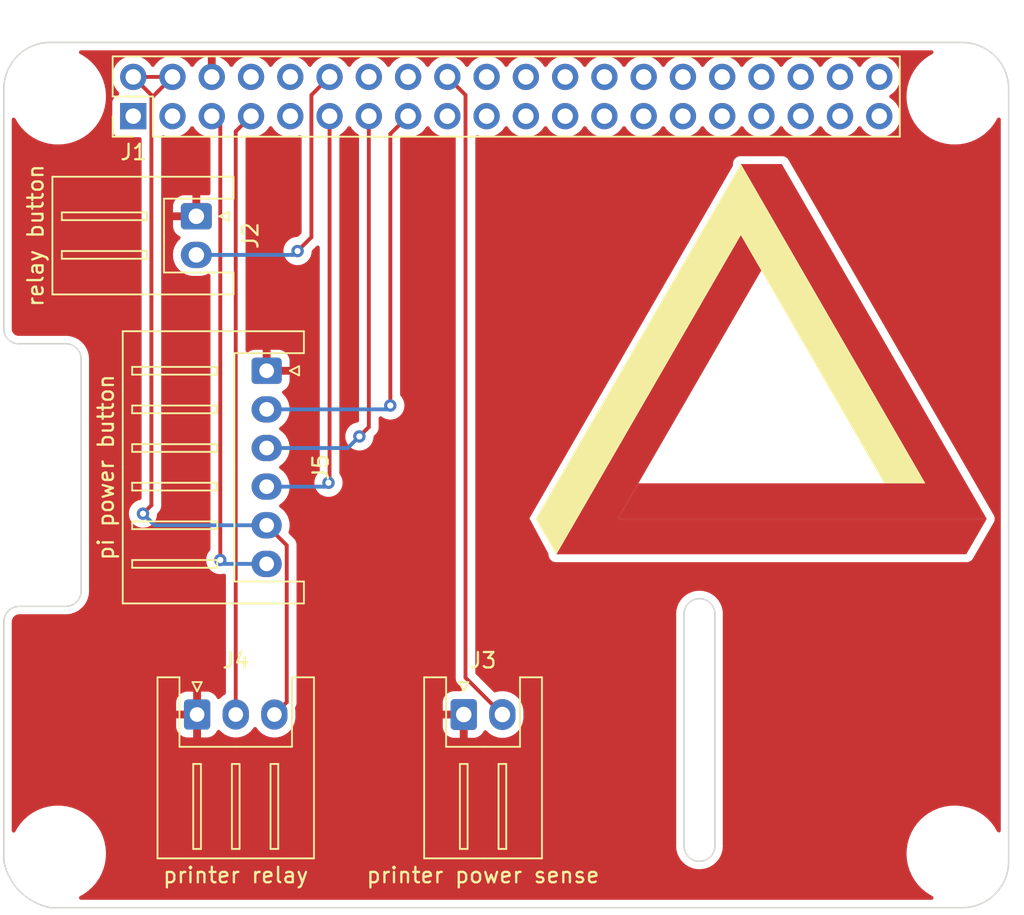
<source format=kicad_pcb>
(kicad_pcb (version 20211014) (generator pcbnew)
  (layers (0 "F.Cu" signal) (31 "B.Cu" signal) (34 "B.Paste" user) (35 "F.Paste" user) (36 "B.SilkS" user "B.Silkscreen") (37 "F.SilkS" user "F.Silkscreen") (38 "B.Mask" user) (39 "F.Mask" user) (44 "Edge.Cuts" user))
  (net 0 "")
  (net 2 "+5V")
  (net 4 "/pi_button")
  (net 5 "GND")
  (net 6 "/relay")
  (net 10 "/pi_blue")
  (net 11 "/relay_button")
  (net 12 "/pi_green")
  (net 14 "/pi_red")
  (net 17 "/printer_sense")
  (footprint "Connector_JST:JST_XH_S6B-XH-A_1x06_P2.50mm_Horizontal" (layer "F.Cu") (at 162 107.75 -90)
    (fp_text reference "J5" (at 6.25 -3.5 90) (layer "F.SilkS"))
    (fp_text value "pi power button" (at 6.25 10.4 90) (layer "F.SilkS"))
    (fp_line (start 6.25 9.31) (end -2.56 9.31) (layer "F.SilkS") (width 0.12))
    (fp_line (start -0.3 -2.1) (end 0.3 -2.1) (layer "F.SilkS") (width 0.12))
    (fp_line (start 0.25 3.2) (end -0.25 3.2) (layer "F.SilkS") (width 0.12))
    (fp_line (start 4.75 8.7) (end 5.25 8.7) (layer "F.SilkS") (width 0.12))
    (fp_line (start 10.25 8.7) (end 10.25 3.2) (layer "F.SilkS") (width 0.12))
    (fp_line (start 2.75 8.7) (end 2.75 3.2) (layer "F.SilkS") (width 0.12))
    (fp_line (start 0 -1.5) (end -0.3 -2.1) (layer "F.SilkS") (width 0.12))
    (fp_line (start -1.14 2.09) (end 6.25 2.09) (layer "F.SilkS") (width 0.12))
    (fp_line (start 4.75 3.2) (end 4.75 8.7) (layer "F.SilkS") (width 0.12))
    (fp_line (start 9.75 8.7) (end 10.25 8.7) (layer "F.SilkS") (width 0.12))
    (fp_line (start 9.75 3.2) (end 9.75 8.7) (layer "F.SilkS") (width 0.12))
    (fp_line (start 7.25 8.7) (end 7.75 8.7) (layer "F.SilkS") (width 0.12))
    (fp_line (start 2.75 3.2) (end 2.25 3.2) (layer "F.SilkS") (width 0.12))
    (fp_line (start 5.25 3.2) (end 4.75 3.2) (layer "F.SilkS") (width 0.12))
    (fp_line (start 7.25 3.2) (end 7.25 8.7) (layer "F.SilkS") (width 0.12))
    (fp_line (start 15.06 9.31) (end 15.06 -2.41) (layer "F.SilkS") (width 0.12))
    (fp_line (start 0.3 -2.1) (end 0 -1.5) (layer "F.SilkS") (width 0.12))
    (fp_line (start 10.25 3.2) (end 9.75 3.2) (layer "F.SilkS") (width 0.12))
    (fp_line (start -0.25 8.7) (end 0.25 8.7) (layer "F.SilkS") (width 0.12))
    (fp_line (start 12.75 8.7) (end 12.75 3.2) (layer "F.SilkS") (width 0.12))
    (fp_line (start 13.64 2.09) (end 6.25 2.09) (layer "F.SilkS") (width 0.12))
    (fp_line (start -1.14 -2.41) (end -1.14 2.09) (layer "F.SilkS") (width 0.12))
    (fp_line (start 0.25 8.7) (end 0.25 3.2) (layer "F.SilkS") (width 0.12))
    (fp_line (start 13.64 -2.41) (end 13.64 2.09) (layer "F.SilkS") (width 0.12))
    (fp_line (start 12.75 3.2) (end 12.25 3.2) (layer "F.SilkS") (width 0.12))
    (fp_line (start -2.56 9.31) (end -2.56 -2.41) (layer "F.SilkS") (width 0.12))
    (fp_line (start 7.75 8.7) (end 7.75 3.2) (layer "F.SilkS") (width 0.12))
    (fp_line (start -2.56 -2.41) (end -1.14 -2.41) (layer "F.SilkS") (width 0.12))
    (fp_line (start 5.25 8.7) (end 5.25 3.2) (layer "F.SilkS") (width 0.12))
    (fp_line (start 7.75 3.2) (end 7.25 3.2) (layer "F.SilkS") (width 0.12))
    (fp_line (start 6.25 9.31) (end 15.06 9.31) (layer "F.SilkS") (width 0.12))
    (fp_line (start 2.25 8.7) (end 2.75 8.7) (layer "F.SilkS") (width 0.12))
    (fp_line (start 12.25 8.7) (end 12.75 8.7) (layer "F.SilkS") (width 0.12))
    (fp_line (start 2.25 3.2) (end 2.25 8.7) (layer "F.SilkS") (width 0.12))
    (fp_line (start -0.25 3.2) (end -0.25 8.7) (layer "F.SilkS") (width 0.12))
    (fp_line (start 15.06 -2.41) (end 13.64 -2.41) (layer "F.SilkS") (width 0.12))
    (fp_line (start 12.25 3.2) (end 12.25 8.7) (layer "F.SilkS") (width 0.12))
    (pad "1" thru_hole roundrect (at 0 0 270) (size 1.7 1.95) (drill 0.95) (layers *.Cu *.Mask) (roundrect_rratio 0.147059) (net 5 "GND"))
    (pad "2" thru_hole oval (at 2.5 0 270) (size 1.7 1.95) (drill 0.95) (layers *.Cu *.Mask) (net 14 "/pi_red"))
    (pad "3" thru_hole oval (at 5 0 270) (size 1.7 1.95) (drill 0.95) (layers *.Cu *.Mask) (net 12 "/pi_green"))
    (pad "4" thru_hole oval (at 7.5 0 270) (size 1.7 1.95) (drill 0.95) (layers *.Cu *.Mask) (net 10 "/pi_blue"))
    (pad "5" thru_hole oval (at 10 0 270) (size 1.7 1.95) (drill 0.95) (layers *.Cu *.Mask) (net 2 "+5V"))
    (pad "6" thru_hole oval (at 12.5 0 270) (size 1.7 1.95) (drill 0.95) (layers *.Cu *.Mask) (net 4 "/pi_button"))
  )
  (footprint "Connector_JST:JST_XH_S2B-XH-A_1x02_P2.50mm_Horizontal" (layer "F.Cu") (at 174.75 130)
    (fp_text reference "J3" (at 1.25 -3.5) (layer "F.SilkS"))
    (fp_text value "printer power sense" (at 1.25 10.4) (layer "F.SilkS"))
    (fp_line (start 2.25 8.7) (end 2.75 8.7) (layer "F.SilkS") (width 0.12))
    (fp_line (start -1.14 -2.41) (end -1.14 2.09) (layer "F.SilkS") (width 0.12))
    (fp_line (start 1.25 9.31) (end -2.56 9.31) (layer "F.SilkS") (width 0.12))
    (fp_line (start 3.64 2.09) (end 1.25 2.09) (layer "F.SilkS") (width 0.12))
    (fp_line (start 1.25 9.31) (end 5.06 9.31) (layer "F.SilkS") (width 0.12))
    (fp_line (start -1.14 2.09) (end 1.25 2.09) (layer "F.SilkS") (width 0.12))
    (fp_line (start -0.25 8.7) (end 0.25 8.7) (layer "F.SilkS") (width 0.12))
    (fp_line (start -0.3 -2.1) (end 0.3 -2.1) (layer "F.SilkS") (width 0.12))
    (fp_line (start 2.75 8.7) (end 2.75 3.2) (layer "F.SilkS") (width 0.12))
    (fp_line (start -2.56 -2.41) (end -1.14 -2.41) (layer "F.SilkS") (width 0.12))
    (fp_line (start 2.25 3.2) (end 2.25 8.7) (layer "F.SilkS") (width 0.12))
    (fp_line (start 2.75 3.2) (end 2.25 3.2) (layer "F.SilkS") (width 0.12))
    (fp_line (start 5.06 9.31) (end 5.06 -2.41) (layer "F.SilkS") (width 0.12))
    (fp_line (start 0.25 3.2) (end -0.25 3.2) (layer "F.SilkS") (width 0.12))
    (fp_line (start -2.56 9.31) (end -2.56 -2.41) (layer "F.SilkS") (width 0.12))
    (fp_line (start -0.25 3.2) (end -0.25 8.7) (layer "F.SilkS") (width 0.12))
    (fp_line (start 0.3 -2.1) (end 0 -1.5) (layer "F.SilkS") (width 0.12))
    (fp_line (start 3.64 -2.41) (end 3.64 2.09) (layer "F.SilkS") (width 0.12))
    (fp_line (start 5.06 -2.41) (end 3.64 -2.41) (layer "F.SilkS") (width 0.12))
    (fp_line (start 0 -1.5) (end -0.3 -2.1) (layer "F.SilkS") (width 0.12))
    (fp_line (start 0.25 8.7) (end 0.25 3.2) (layer "F.SilkS") (width 0.12))
    (pad "1" thru_hole roundrect (at 0 0) (size 1.7 2) (drill 1) (layers *.Cu *.Mask) (roundrect_rratio 0.147059) (net 5 "GND"))
    (pad "2" thru_hole oval (at 2.5 0) (size 1.7 2) (drill 1) (layers *.Cu *.Mask) (net 17 "/printer_sense"))
  )
  (footprint "Connector_JST:JST_XH_S2B-XH-A_1x02_P2.50mm_Horizontal" (layer "F.Cu") (at 157.45 97.75 -90)
    (fp_text reference "J2" (at 1.25 -3.5 90) (layer "F.SilkS"))
    (fp_text value "relay button" (at 1.25 10.4 90) (layer "F.SilkS"))
    (fp_line (start 5.06 -2.41) (end 3.64 -2.41) (layer "F.SilkS") (width 0.12))
    (fp_line (start 0 -1.5) (end -0.3 -2.1) (layer "F.SilkS") (width 0.12))
    (fp_line (start -1.14 2.09) (end 1.25 2.09) (layer "F.SilkS") (width 0.12))
    (fp_line (start 2.25 3.2) (end 2.25 8.7) (layer "F.SilkS") (width 0.12))
    (fp_line (start 3.64 2.09) (end 1.25 2.09) (layer "F.SilkS") (width 0.12))
    (fp_line (start -0.25 3.2) (end -0.25 8.7) (layer "F.SilkS") (width 0.12))
    (fp_line (start -1.14 -2.41) (end -1.14 2.09) (layer "F.SilkS") (width 0.12))
    (fp_line (start 2.25 8.7) (end 2.75 8.7) (layer "F.SilkS") (width 0.12))
    (fp_line (start -0.25 8.7) (end 0.25 8.7) (layer "F.SilkS") (width 0.12))
    (fp_line (start -2.56 -2.41) (end -1.14 -2.41) (layer "F.SilkS") (width 0.12))
    (fp_line (start 0.25 3.2) (end -0.25 3.2) (layer "F.SilkS") (width 0.12))
    (fp_line (start 1.25 9.31) (end -2.56 9.31) (layer "F.SilkS") (width 0.12))
    (fp_line (start -0.3 -2.1) (end 0.3 -2.1) (layer "F.SilkS") (width 0.12))
    (fp_line (start -2.56 9.31) (end -2.56 -2.41) (layer "F.SilkS") (width 0.12))
    (fp_line (start 2.75 8.7) (end 2.75 3.2) (layer "F.SilkS") (width 0.12))
    (fp_line (start 1.25 9.31) (end 5.06 9.31) (layer "F.SilkS") (width 0.12))
    (fp_line (start 0.25 8.7) (end 0.25 3.2) (layer "F.SilkS") (width 0.12))
    (fp_line (start 2.75 3.2) (end 2.25 3.2) (layer "F.SilkS") (width 0.12))
    (fp_line (start 5.06 9.31) (end 5.06 -2.41) (layer "F.SilkS") (width 0.12))
    (fp_line (start 0.3 -2.1) (end 0 -1.5) (layer "F.SilkS") (width 0.12))
    (fp_line (start 3.64 -2.41) (end 3.64 2.09) (layer "F.SilkS") (width 0.12))
    (pad "1" thru_hole roundrect (at 0 0 270) (size 1.7 2) (drill 1) (layers *.Cu *.Mask) (roundrect_rratio 0.147059) (net 5 "GND"))
    (pad "2" thru_hole oval (at 2.5 0 270) (size 1.7 2) (drill 1) (layers *.Cu *.Mask) (net 11 "/relay_button"))
  )
  (footprint "Connector_JST:JST_XH_S3B-XH-A_1x03_P2.50mm_Horizontal" (layer "F.Cu") (at 157.5 130)
    (fp_text reference "J4" (at 2.5 -3.5) (layer "F.SilkS"))
    (fp_text value "printer relay" (at 2.5 10.4) (layer "F.SilkS"))
    (fp_line (start 0.25 3.2) (end -0.25 3.2) (layer "F.SilkS") (width 0.12))
    (fp_line (start 2.5 9.31) (end 7.56 9.31) (layer "F.SilkS") (width 0.12))
    (fp_line (start 2.5 9.31) (end -2.56 9.31) (layer "F.SilkS") (width 0.12))
    (fp_line (start 2.75 3.2) (end 2.25 3.2) (layer "F.SilkS") (width 0.12))
    (fp_line (start 0.3 -2.1) (end 0 -1.5) (layer "F.SilkS") (width 0.12))
    (fp_line (start -1.14 2.09) (end 2.5 2.09) (layer "F.SilkS") (width 0.12))
    (fp_line (start -2.56 -2.41) (end -1.14 -2.41) (layer "F.SilkS") (width 0.12))
    (fp_line (start 7.56 9.31) (end 7.56 -2.41) (layer "F.SilkS") (width 0.12))
    (fp_line (start 2.75 8.7) (end 2.75 3.2) (layer "F.SilkS") (width 0.12))
    (fp_line (start -0.3 -2.1) (end 0.3 -2.1) (layer "F.SilkS") (width 0.12))
    (fp_line (start 4.75 8.7) (end 5.25 8.7) (layer "F.SilkS") (width 0.12))
    (fp_line (start 6.14 -2.41) (end 6.14 2.09) (layer "F.SilkS") (width 0.12))
    (fp_line (start 7.56 -2.41) (end 6.14 -2.41) (layer "F.SilkS") (width 0.12))
    (fp_line (start 4.75 3.2) (end 4.75 8.7) (layer "F.SilkS") (width 0.12))
    (fp_line (start 6.14 2.09) (end 2.5 2.09) (layer "F.SilkS") (width 0.12))
    (fp_line (start 2.25 3.2) (end 2.25 8.7) (layer "F.SilkS") (width 0.12))
    (fp_line (start 5.25 3.2) (end 4.75 3.2) (layer "F.SilkS") (width 0.12))
    (fp_line (start 0 -1.5) (end -0.3 -2.1) (layer "F.SilkS") (width 0.12))
    (fp_line (start -0.25 3.2) (end -0.25 8.7) (layer "F.SilkS") (width 0.12))
    (fp_line (start 2.25 8.7) (end 2.75 8.7) (layer "F.SilkS") (width 0.12))
    (fp_line (start -1.14 -2.41) (end -1.14 2.09) (layer "F.SilkS") (width 0.12))
    (fp_line (start -0.25 8.7) (end 0.25 8.7) (layer "F.SilkS") (width 0.12))
    (fp_line (start -2.56 9.31) (end -2.56 -2.41) (layer "F.SilkS") (width 0.12))
    (fp_line (start 5.25 8.7) (end 5.25 3.2) (layer "F.SilkS") (width 0.12))
    (fp_line (start 0.25 8.7) (end 0.25 3.2) (layer "F.SilkS") (width 0.12))
    (pad "1" thru_hole roundrect (at 0 0) (size 1.7 1.95) (drill 0.95) (layers *.Cu *.Mask) (roundrect_rratio 0.147059) (net 5 "GND"))
    (pad "2" thru_hole oval (at 2.5 0) (size 1.7 1.95) (drill 0.95) (layers *.Cu *.Mask) (net 6 "/relay"))
    (pad "3" thru_hole oval (at 5 0) (size 1.7 1.95) (drill 0.95) (layers *.Cu *.Mask) (net 2 "+5V"))
  )
  (footprint "MyLibrary:rpi_hat" (layer "F.Cu") (at 145 86)
    (fp_text reference "J1" (at 8.4 7.6 180) (layer "F.SilkS"))
    (fp_text value "Raspberry_Pi_2_3")
    (fp_line (start 9.64 6.6) (end 9.64 4) (layer "F.SilkS") (width 0.12))
    (fp_line (start 7.04 4) (end 7.04 1.4) (layer "F.SilkS") (width 0.12))
    (fp_line (start 57.96 6.6) (end 57.96 1.4) (layer "F.SilkS") (width 0.12))
    (fp_line (start 9.64 4) (end 7.04 4) (layer "F.SilkS") (width 0.12))
    (fp_line (start 7.04 6.6) (end 7.04 5.27) (layer "F.SilkS") (width 0.12))
    (fp_line (start 9.64 6.6) (end 57.96 6.6) (layer "F.SilkS") (width 0.12))
    (fp_line (start 8.37 6.6) (end 7.04 6.6) (layer "F.SilkS") (width 0.12))
    (fp_line (start 7.04 1.4) (end 57.96 1.4) (layer "F.SilkS") (width 0.12))
    (fp_line (start 5 21) (end 5 36) (layer "Edge.Cuts") (width 0.1))
    (fp_line (start 62 0.5) (end 3 0.5) (layer "Edge.Cuts") (width 0.1))
    (fp_line (start 0 38) (end 0 53.5) (layer "Edge.Cuts") (width 0.1))
    (fp_line (start 1 37) (end 4 37) (layer "Edge.Cuts") (width 0.1))
    (fp_line (start 0 3.5) (end 0 19) (layer "Edge.Cuts") (width 0.1))
    (fp_line (start 4 20) (end 1 20) (layer "Edge.Cuts") (width 0.1))
    (fp_line (start 46 37.5) (end 46 52.5) (layer "Edge.Cuts") (width 0.1))
    (fp_line (start 44 37.5) (end 44 52.5) (layer "Edge.Cuts") (width 0.1))
    (fp_line (start 3 56.5) (end 62 56.5) (layer "Edge.Cuts") (width 0.1))
    (fp_line (start 65 3.5) (end 65 53.5) (layer "Edge.Cuts") (width 0.1))
    (fp_arc (start 0 38) (mid 0.292894 37.292894) (end 1 37) (layer "Edge.Cuts") (width 0.1))
    (fp_arc (start 44 37.5) (mid 45 36.5) (end 46 37.5) (layer "Edge.Cuts") (width 0.1))
    (fp_arc (start 3 56.5) (mid 1.046029 55.453971) (end 0 53.5) (layer "Edge.Cuts") (width 0.1))
    (fp_arc (start 4 20) (mid 4.707106 20.292894) (end 5 21) (layer "Edge.Cuts") (width 0.1))
    (fp_arc (start 65 53.5) (mid 64.12132 55.62132) (end 62 56.5) (layer "Edge.Cuts") (width 0.1))
    (fp_arc (start 62 0.5) (mid 64.12132 1.37868) (end 65 3.5) (layer "Edge.Cuts") (width 0.1))
    (fp_arc (start 46 52.5) (mid 45 53.5) (end 44 52.5) (layer "Edge.Cuts") (width 0.1))
    (fp_arc (start 1 20) (mid 0.280483 19.719517) (end 0 19) (layer "Edge.Cuts") (width 0.1))
    (fp_arc (start 5 36) (mid 4.707106 36.707106) (end 4 37) (layer "Edge.Cuts") (width 0.1))
    (fp_arc (start 0 3.5) (mid 0.87868 1.37868) (end 3 0.5) (layer "Edge.Cuts") (width 0.1))
    (pad "" np_thru_hole circle (at 3.5 53) (size 2.75 2.75) (drill 2.75) (layers F&B.Cu *.Mask) (clearance 1.725))
    (pad "" np_thru_hole circle (at 61.5 53) (size 2.75 2.75) (drill 2.75) (layers F&B.Cu *.Mask) (clearance 1.725))
    (pad "" np_thru_hole circle (at 61.5 4) (size 2.75 2.75) (drill 2.75) (layers F&B.Cu *.Mask) (clearance 1.725))
    (pad "" np_thru_hole circle (at 3.5 4) (size 2.75 2.75) (drill 2.75) (layers F&B.Cu *.Mask) (clearance 1.725))
    (pad "1" thru_hole rect (at 8.37 5.27 90) (size 1.7 1.7) (drill 1) (layers *.Cu *.Mask))
    (pad "2" thru_hole oval (at 8.37 2.73 90) (size 1.7 1.7) (drill 1) (layers *.Cu *.Mask) (net 2 "+5V"))
    (pad "3" thru_hole oval (at 10.91 5.27 90) (size 1.7 1.7) (drill 1) (layers *.Cu *.Mask))
    (pad "4" thru_hole oval (at 10.91 2.73 90) (size 1.7 1.7) (drill 1) (layers *.Cu *.Mask) (net 2 "+5V"))
    (pad "5" thru_hole oval (at 13.45 5.27 90) (size 1.7 1.7) (drill 1) (layers *.Cu *.Mask) (net 4 "/pi_button"))
    (pad "6" thru_hole oval (at 13.45 2.73 90) (size 1.7 1.7) (drill 1) (layers *.Cu *.Mask) (net 5 "GND"))
    (pad "7" thru_hole oval (at 15.99 5.27 90) (size 1.7 1.7) (drill 1) (layers *.Cu *.Mask) (net 6 "/relay"))
    (pad "8" thru_hole oval (at 15.99 2.73 90) (size 1.7 1.7) (drill 1) (layers *.Cu *.Mask))
    (pad "9" thru_hole oval (at 18.53 5.27 90) (size 1.7 1.7) (drill 1) (layers *.Cu *.Mask))
    (pad "10" thru_hole oval (at 18.53 2.73 90) (size 1.7 1.7) (drill 1) (layers *.Cu *.Mask))
    (pad "11" thru_hole oval (at 21.07 5.27 90) (size 1.7 1.7) (drill 1) (layers *.Cu *.Mask) (net 10 "/pi_blue"))
    (pad "12" thru_hole oval (at 21.07 2.73 90) (size 1.7 1.7) (drill 1) (layers *.Cu *.Mask) (net 11 "/relay_button"))
    (pad "13" thru_hole oval (at 23.61 5.27 90) (size 1.7 1.7) (drill 1) (layers *.Cu *.Mask) (net 12 "/pi_green"))
    (pad "14" thru_hole oval (at 23.61 2.73 90) (size 1.7 1.7) (drill 1) (layers *.Cu *.Mask))
    (pad "15" thru_hole oval (at 26.15 5.27 90) (size 1.7 1.7) (drill 1) (layers *.Cu *.Mask) (net 14 "/pi_red"))
    (pad "16" thru_hole oval (at 26.15 2.73 90) (size 1.7 1.7) (drill 1) (layers *.Cu *.Mask))
    (pad "17" thru_hole oval (at 28.69 5.27 90) (size 1.7 1.7) (drill 1) (layers *.Cu *.Mask))
    (pad "18" thru_hole oval (at 28.69 2.73 90) (size 1.7 1.7) (drill 1) (layers *.Cu *.Mask) (net 17 "/printer_sense"))
    (pad "19" thru_hole oval (at 31.23 5.27 90) (size 1.7 1.7) (drill 1) (layers *.Cu *.Mask))
    (pad "20" thru_hole oval (at 31.23 2.73 90) (size 1.7 1.7) (drill 1) (layers *.Cu *.Mask))
    (pad "21" thru_hole oval (at 33.77 5.27 90) (size 1.7 1.7) (drill 1) (layers *.Cu *.Mask))
    (pad "22" thru_hole oval (at 33.77 2.73 90) (size 1.7 1.7) (drill 1) (layers *.Cu *.Mask))
    (pad "23" thru_hole oval (at 36.31 5.27 90) (size 1.7 1.7) (drill 1) (layers *.Cu *.Mask))
    (pad "24" thru_hole oval (at 36.31 2.73 90) (size 1.7 1.7) (drill 1) (layers *.Cu *.Mask))
    (pad "25" thru_hole oval (at 38.85 5.27 90) (size 1.7 1.7) (drill 1) (layers *.Cu *.Mask))
    (pad "26" thru_hole oval (at 38.85 2.73 90) (size 1.7 1.7) (drill 1) (layers *.Cu *.Mask))
    (pad "27" thru_hole oval (at 41.39 5.27 90) (size 1.7 1.7) (drill 1) (layers *.Cu *.Mask))
    (pad "28" thru_hole oval (at 41.39 2.73 90) (size 1.7 1.7) (drill 1) (layers *.Cu *.Mask))
    (pad "29" thru_hole oval (at 43.93 5.27 90) (size 1.7 1.7) (drill 1) (layers *.Cu *.Mask))
    (pad "30" thru_hole oval (at 43.93 2.73 90) (size 1.7 1.7) (drill 1) (layers *.Cu *.Mask))
    (pad "31" thru_hole oval (at 46.47 5.27 90) (size 1.7 1.7) (drill 1) (layers *.Cu *.Mask))
    (pad "32" thru_hole oval (at 46.47 2.73 90) (size 1.7 1.7) (drill 1) (layers *.Cu *.Mask))
    (pad "33" thru_hole oval (at 49.01 5.27 90) (size 1.7 1.7) (drill 1) (layers *.Cu *.Mask))
    (pad "34" thru_hole oval (at 49.01 2.73 90) (size 1.7 1.7) (drill 1) (layers *.Cu *.Mask))
    (pad "35" thru_hole oval (at 51.55 5.27 90) (size 1.7 1.7) (drill 1) (layers *.Cu *.Mask))
    (pad "36" thru_hole oval (at 51.55 2.73 90) (size 1.7 1.7) (drill 1) (layers *.Cu *.Mask))
    (pad "37" thru_hole oval (at 54.09 5.27 90) (size 1.7 1.7) (drill 1) (layers *.Cu *.Mask))
    (pad "38" thru_hole oval (at 54.09 2.73 90) (size 1.7 1.7) (drill 1) (layers *.Cu *.Mask))
    (pad "39" thru_hole oval (at 56.63 5.27 90) (size 1.7 1.7) (drill 1) (layers *.Cu *.Mask))
    (pad "40" thru_hole oval (at 56.63 2.73 90) (size 1.7 1.7) (drill 1) (layers *.Cu *.Mask))
  )
  (footprint "MyLibrary:penrose" (layer "F.Cu") (at 194 107)
    (fp_text reference "penrose" hide)
    (fp_text value "G***" hide)
    (fp_poly (pts (xy 0 -5.740637) (xy -1.325743 -8.036892) (xy -13.257433 12.629401) (xy 13.257433 12.629401) (xy 14.583176 10.333146) (xy -9.280203 10.333146) (xy 0 -5.740637)) (layer "F.Cu") (width 0) (fill solid))
    (fp_poly (pts (xy -1.325743 -12.629401) (xy 1.325743 -12.629401) (xy 14.583176 10.333146) (xy -9.280203 10.333146) (xy -7.95446 8.036892) (xy 10.605946 8.036892) (xy -1.325743 -12.629401)) (layer "F.Cu") (width 0) (fill solid))
    (fp_poly (pts (xy -13.257433 12.629401) (xy -14.583176 10.333146) (xy -1.325743 -12.629401) (xy 10.605946 8.036892) (xy 7.95446 8.036892) (xy -1.325743 -8.036892) (xy -13.257433 12.629401)) (layer "F.SilkS") (width 0) (fill solid))
    (zone (net 0) (net_name "") (layer "F.Cu") (connect_pads (clearance 0)) (min_thickness 0.254)
      (keepout (tracks not_allowed) (vias not_allowed) (pads not_allowed) (copperpour not_allowed) (footprints allowed))
      (fill (thermal_gap 0.508) (thermal_bridge_width 0.508))
      (polygon (pts (xy 208.9 117.3) (xy 207.5 120) (xy 180.5 120.1) (xy 179 117.3) (xy 192.5 93.9) (xy 195.4 93.9)))
    )
  )
  (segment (start 153.37 88.73) (end 154.544511 89.904511) (width 0.25) (layer "F.Cu") (net 2))
  (segment (start 155.91 88.73) (end 153.37 88.73) (width 0.25) (layer "F.Cu") (net 2))
  (segment (start 154.544511 90.095489) (end 155.91 88.73) (width 0.25) (layer "F.Cu") (net 2))
  (segment (start 154.544511 116.455489) (end 154.544511 90.095489) (width 0.25) (layer "F.Cu") (net 2))
  (segment (start 163.29952 129.20048) (end 163.29952 119.04952) (width 0.25) (layer "F.Cu") (net 2))
  (segment (start 162.5 130) (end 163.29952 129.20048) (width 0.25) (layer "F.Cu") (net 2))
  (segment (start 163.29952 119.04952) (end 162 117.75) (width 0.25) (layer "F.Cu") (net 2))
  (segment (start 154 117) (end 154.544511 116.455489) (width 0.25) (layer "F.Cu") (net 2))
  (segment (start 154.544511 89.904511) (end 154.544511 90.095489) (width 0.25) (layer "F.Cu") (net 2))
  (via (at 154 117) (size 0.8) (drill 0.4) (layers "F.Cu" "B.Cu") (net 2))
  (segment (start 162 117.75) (end 154.75 117.75) (width 0.25) (layer "B.Cu") (net 2))
  (segment (start 154.75 117.75) (end 154 117) (width 0.25) (layer "B.Cu") (net 2))
  (segment (start 159 91.82) (end 158.45 91.27) (width 0.25) (layer "F.Cu") (net 4))
  (segment (start 159 120) (end 159 91.82) (width 0.25) (layer "F.Cu") (net 4))
  (via (at 159 120) (size 0.8) (drill 0.4) (layers "F.Cu" "B.Cu") (net 4))
  (segment (start 159.25 120.25) (end 159 120) (width 0.25) (layer "B.Cu") (net 4))
  (segment (start 162 120.25) (end 159.25 120.25) (width 0.25) (layer "B.Cu") (net 4))
  (segment (start 160.99 91.27) (end 160 92.26) (width 0.25) (layer "F.Cu") (net 6))
  (segment (start 160 92.26) (end 160 130) (width 0.25) (layer "F.Cu") (net 6))
  (segment (start 166 115) (end 166.07 114.93) (width 0.25) (layer "F.Cu") (net 10))
  (segment (start 166.07 114.93) (end 166.07 91.27) (width 0.25) (layer "F.Cu") (net 10))
  (via (at 166 115) (size 0.8) (drill 0.4) (layers "F.Cu" "B.Cu") (net 10))
  (segment (start 162 115.25) (end 165.75 115.25) (width 0.25) (layer "B.Cu") (net 10))
  (segment (start 165.75 115.25) (end 166 115) (width 0.25) (layer "B.Cu") (net 10))
  (segment (start 166.07 88.73) (end 164.895489 89.904511) (width 0.25) (layer "F.Cu") (net 11))
  (segment (start 164.895489 89.904511) (end 164.895489 99.104511) (width 0.25) (layer "F.Cu") (net 11))
  (segment (start 164.895489 99.104511) (end 164 100) (width 0.25) (layer "F.Cu") (net 11))
  (via (at 164 100) (size 0.8) (drill 0.4) (layers "F.Cu" "B.Cu") (net 11))
  (segment (start 164 100) (end 163.75 100.25) (width 0.25) (layer "B.Cu") (net 11))
  (segment (start 163.75 100.25) (end 157.45 100.25) (width 0.25) (layer "B.Cu") (net 11))
  (segment (start 168.61 111.39) (end 168 112) (width 0.25) (layer "F.Cu") (net 12))
  (segment (start 168.61 91.27) (end 168.61 111.39) (width 0.25) (layer "F.Cu") (net 12))
  (via (at 168 112) (size 0.8) (drill 0.4) (layers "F.Cu" "B.Cu") (net 12))
  (segment (start 167.25 112.75) (end 162 112.75) (width 0.25) (layer "B.Cu") (net 12))
  (segment (start 168 112) (end 167.25 112.75) (width 0.25) (layer "B.Cu") (net 12))
  (segment (start 170 92.42) (end 171.15 91.27) (width 0.25) (layer "F.Cu") (net 14))
  (segment (start 170 110) (end 170 92.42) (width 0.25) (layer "F.Cu") (net 14))
  (via (at 170 110) (size 0.8) (drill 0.4) (layers "F.Cu" "B.Cu") (net 14))
  (segment (start 162 110.25) (end 169.75 110.25) (width 0.25) (layer "B.Cu") (net 14))
  (segment (start 169.75 110.25) (end 170 110) (width 0.25) (layer "B.Cu") (net 14))
  (segment (start 174.864511 127.614511) (end 174.864511 89.904511) (width 0.25) (layer "F.Cu") (net 17))
  (segment (start 174.864511 89.904511) (end 173.69 88.73) (width 0.25) (layer "F.Cu") (net 17))
  (segment (start 177.25 130) (end 174.864511 127.614511) (width 0.25) (layer "F.Cu") (net 17))
  (zone (net 5) (net_name "GND") (layer "F.Cu") (connect_pads (clearance 0.508)) (min_thickness 0.254) (fill yes (thermal_gap 0.508) (thermal_bridge_width 0.508))
    (polygon (pts (xy 211 143) (xy 145.4 143) (xy 145.4 86.15) (xy 211 86)))
  )
)
</source>
